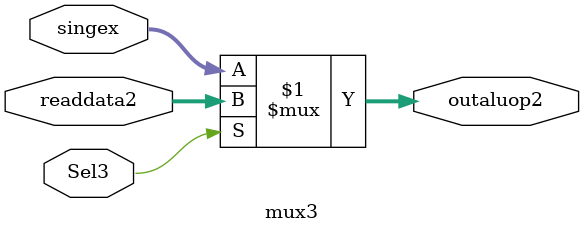
<source format=v>
`timescale 1ns/1ns
module mux3 (input [31:0] readdata2, input [31:0] singex, input Sel3, output [31:0] outaluop2);
assign outaluop2 = Sel3 ? readdata2 : singex;
endmodule
</source>
